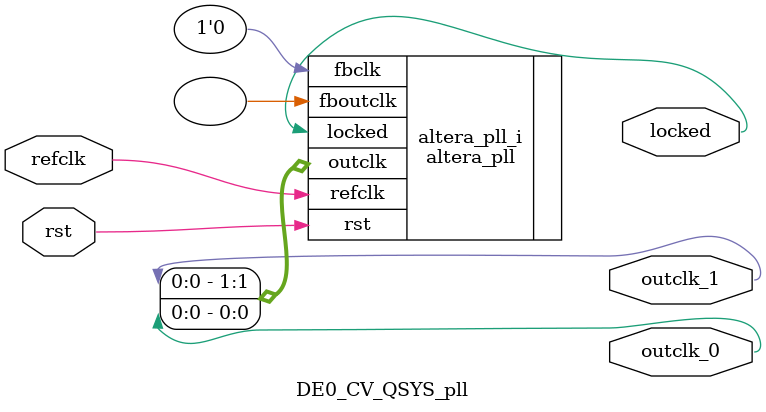
<source format=v>
`timescale 1ns/10ps
module  DE0_CV_QSYS_pll(

	// interface 'refclk'
	input wire refclk,

	// interface 'reset'
	input wire rst,

	// interface 'outclk0'
	output wire outclk_0,

	// interface 'outclk1'
	output wire outclk_1,

	// interface 'locked'
	output wire locked
);

	altera_pll #(
		.fractional_vco_multiplier("false"),
		.reference_clock_frequency("50.0 MHz"),
		.operation_mode("normal"),
		.number_of_clocks(2),
		.output_clock_frequency0("143.000000 MHz"),
		.phase_shift0("0 ps"),
		.duty_cycle0(50),
		.output_clock_frequency1("143.000000 MHz"),
		.phase_shift1("-3846 ps"),
		.duty_cycle1(50),
		.output_clock_frequency2("0 MHz"),
		.phase_shift2("0 ps"),
		.duty_cycle2(50),
		.output_clock_frequency3("0 MHz"),
		.phase_shift3("0 ps"),
		.duty_cycle3(50),
		.output_clock_frequency4("0 MHz"),
		.phase_shift4("0 ps"),
		.duty_cycle4(50),
		.output_clock_frequency5("0 MHz"),
		.phase_shift5("0 ps"),
		.duty_cycle5(50),
		.output_clock_frequency6("0 MHz"),
		.phase_shift6("0 ps"),
		.duty_cycle6(50),
		.output_clock_frequency7("0 MHz"),
		.phase_shift7("0 ps"),
		.duty_cycle7(50),
		.output_clock_frequency8("0 MHz"),
		.phase_shift8("0 ps"),
		.duty_cycle8(50),
		.output_clock_frequency9("0 MHz"),
		.phase_shift9("0 ps"),
		.duty_cycle9(50),
		.output_clock_frequency10("0 MHz"),
		.phase_shift10("0 ps"),
		.duty_cycle10(50),
		.output_clock_frequency11("0 MHz"),
		.phase_shift11("0 ps"),
		.duty_cycle11(50),
		.output_clock_frequency12("0 MHz"),
		.phase_shift12("0 ps"),
		.duty_cycle12(50),
		.output_clock_frequency13("0 MHz"),
		.phase_shift13("0 ps"),
		.duty_cycle13(50),
		.output_clock_frequency14("0 MHz"),
		.phase_shift14("0 ps"),
		.duty_cycle14(50),
		.output_clock_frequency15("0 MHz"),
		.phase_shift15("0 ps"),
		.duty_cycle15(50),
		.output_clock_frequency16("0 MHz"),
		.phase_shift16("0 ps"),
		.duty_cycle16(50),
		.output_clock_frequency17("0 MHz"),
		.phase_shift17("0 ps"),
		.duty_cycle17(50),
		.pll_type("General"),
		.pll_subtype("General")
	) altera_pll_i (
		.rst	(rst),
		.outclk	({outclk_1, outclk_0}),
		.locked	(locked),
		.fboutclk	( ),
		.fbclk	(1'b0),
		.refclk	(refclk)
	);
endmodule


</source>
